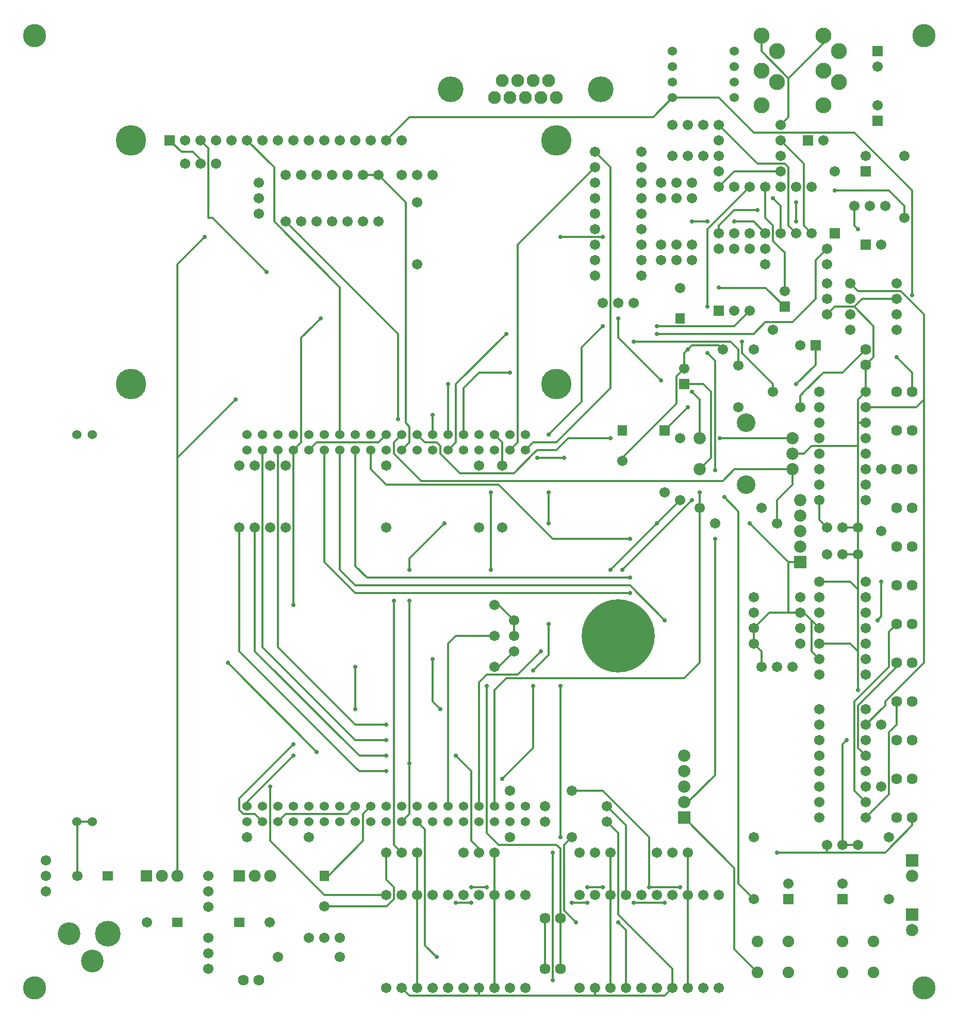
<source format=gbr>
G04 #@! TF.FileFunction,Copper,L1,Top,Signal*
%FSLAX46Y46*%
G04 Gerber Fmt 4.6, Leading zero omitted, Abs format (unit mm)*
G04 Created by KiCad (PCBNEW 4.0.1-stable) date 05/03/17 04:52:37*
%MOMM*%
G01*
G04 APERTURE LIST*
%ADD10C,0.100000*%
%ADD11R,1.716000X1.716000*%
%ADD12C,1.716000*%
%ADD13C,5.000000*%
%ADD14C,12.000000*%
%ADD15C,2.116000*%
%ADD16C,4.216000*%
%ADD17R,1.554000X1.716000*%
%ADD18R,1.716000X1.554000*%
%ADD19R,2.016000X2.016000*%
%ADD20C,2.016000*%
%ADD21C,3.800000*%
%ADD22C,3.716000*%
%ADD23C,1.524000*%
%ADD24C,1.916000*%
%ADD25C,1.789000*%
%ADD26C,1.989000*%
%ADD27R,1.989000X1.989000*%
%ADD28C,2.616000*%
%ADD29C,3.062000*%
%ADD30C,0.700000*%
%ADD31C,0.304800*%
G04 APERTURE END LIST*
D10*
D11*
X43815000Y-41275000D03*
D12*
X46355000Y-41275000D03*
X48895000Y-41275000D03*
X51435000Y-41275000D03*
X53975000Y-41275000D03*
X56515000Y-41275000D03*
X59055000Y-41275000D03*
X61595000Y-41275000D03*
X64135000Y-41275000D03*
X66675000Y-41275000D03*
X69215000Y-41275000D03*
X71755000Y-41275000D03*
X74295000Y-41275000D03*
X76835000Y-41275000D03*
X79375000Y-41275000D03*
X81915000Y-41275000D03*
D13*
X37465000Y-41275000D03*
X37465000Y-81280000D03*
X107315000Y-81280000D03*
X107315000Y-41275000D03*
D12*
X158115000Y-100330000D03*
X158115000Y-97790000D03*
X158115000Y-95250000D03*
X158115000Y-92710000D03*
X158115000Y-90170000D03*
X158115000Y-87630000D03*
X158115000Y-85090000D03*
X158115000Y-82550000D03*
X150495000Y-82550000D03*
X150495000Y-85090000D03*
X150495000Y-87630000D03*
X150495000Y-90170000D03*
X150495000Y-92710000D03*
X150495000Y-95250000D03*
X150495000Y-97790000D03*
X150495000Y-100330000D03*
X158115000Y-152400000D03*
X158115000Y-149860000D03*
X158115000Y-147320000D03*
X158115000Y-144780000D03*
X158115000Y-142240000D03*
X158115000Y-139700000D03*
X158115000Y-137160000D03*
X158115000Y-134620000D03*
X150495000Y-134620000D03*
X150495000Y-137160000D03*
X150495000Y-139700000D03*
X150495000Y-142240000D03*
X150495000Y-144780000D03*
X150495000Y-147320000D03*
X150495000Y-149860000D03*
X150495000Y-152400000D03*
X163195000Y-72390000D03*
X163195000Y-69850000D03*
X163195000Y-67310000D03*
X163195000Y-64770000D03*
X155575000Y-64770000D03*
X155575000Y-67310000D03*
X155575000Y-69850000D03*
X155575000Y-72390000D03*
X133985000Y-56515000D03*
X136525000Y-56515000D03*
X139065000Y-56515000D03*
X141605000Y-56515000D03*
X144145000Y-56515000D03*
X146685000Y-56515000D03*
X149225000Y-56515000D03*
X149225000Y-48895000D03*
X146685000Y-48895000D03*
X144145000Y-48895000D03*
X141605000Y-48895000D03*
X139065000Y-48895000D03*
X136525000Y-48895000D03*
X133985000Y-48895000D03*
X78105000Y-46990000D03*
X75565000Y-46990000D03*
X73025000Y-46990000D03*
X70485000Y-46990000D03*
X67945000Y-46990000D03*
X65405000Y-46990000D03*
X62865000Y-46990000D03*
X62865000Y-54610000D03*
X65405000Y-54610000D03*
X67945000Y-54610000D03*
X70485000Y-54610000D03*
X73025000Y-54610000D03*
X75565000Y-54610000D03*
X78105000Y-54610000D03*
X121285000Y-63500000D03*
X121285000Y-60960000D03*
X121285000Y-58420000D03*
X121285000Y-55880000D03*
X121285000Y-53340000D03*
X121285000Y-50800000D03*
X121285000Y-48260000D03*
X121285000Y-45720000D03*
X121285000Y-43180000D03*
X113665000Y-43180000D03*
X113665000Y-45720000D03*
X113665000Y-48260000D03*
X113665000Y-50800000D03*
X113665000Y-53340000D03*
X113665000Y-55880000D03*
X113665000Y-58420000D03*
X113665000Y-60960000D03*
X113665000Y-63500000D03*
X158115000Y-128905000D03*
X158115000Y-126365000D03*
X158115000Y-123825000D03*
X158115000Y-121285000D03*
X158115000Y-118745000D03*
X158115000Y-116205000D03*
X158115000Y-113665000D03*
X150495000Y-113665000D03*
X150495000Y-116205000D03*
X150495000Y-118745000D03*
X150495000Y-121285000D03*
X150495000Y-123825000D03*
X150495000Y-126365000D03*
X150495000Y-128905000D03*
X147320000Y-123825000D03*
X147320000Y-121285000D03*
X147320000Y-118745000D03*
X147320000Y-116205000D03*
X139700000Y-116205000D03*
X139700000Y-118745000D03*
X139700000Y-121285000D03*
X139700000Y-123825000D03*
X123825000Y-180340000D03*
X126365000Y-180340000D03*
X128905000Y-180340000D03*
X131445000Y-180340000D03*
X133985000Y-180340000D03*
X133985000Y-165100000D03*
X131445000Y-165100000D03*
X128905000Y-165100000D03*
X126365000Y-165100000D03*
X123825000Y-165100000D03*
X111125000Y-180340000D03*
X113665000Y-180340000D03*
X116205000Y-180340000D03*
X118745000Y-180340000D03*
X121285000Y-180340000D03*
X121285000Y-165100000D03*
X118745000Y-165100000D03*
X116205000Y-165100000D03*
X113665000Y-165100000D03*
X111125000Y-165100000D03*
X92075000Y-180340000D03*
X94615000Y-180340000D03*
X97155000Y-180340000D03*
X99695000Y-180340000D03*
X102235000Y-180340000D03*
X102235000Y-165100000D03*
X99695000Y-165100000D03*
X97155000Y-165100000D03*
X94615000Y-165100000D03*
X92075000Y-165100000D03*
X79375000Y-180340000D03*
X81915000Y-180340000D03*
X84455000Y-180340000D03*
X86995000Y-180340000D03*
X89535000Y-180340000D03*
X89535000Y-165100000D03*
X86995000Y-165100000D03*
X84455000Y-165100000D03*
X81915000Y-165100000D03*
X79375000Y-165100000D03*
X71755000Y-175260000D03*
X61595000Y-175260000D03*
X151765000Y-59055000D03*
X141605000Y-59055000D03*
X151765000Y-61595000D03*
X141605000Y-61595000D03*
X133985000Y-43815000D03*
X144145000Y-43815000D03*
X144145000Y-46355000D03*
X133985000Y-46355000D03*
X164465000Y-53975000D03*
X164465000Y-43815000D03*
X139065000Y-69215000D03*
X139065000Y-59055000D03*
X136525000Y-69215000D03*
X136525000Y-59055000D03*
X133985000Y-38735000D03*
X144145000Y-38735000D03*
X144145000Y-41275000D03*
X133985000Y-41275000D03*
X142875000Y-72390000D03*
X142875000Y-82550000D03*
X94615000Y-104775000D03*
X94615000Y-94615000D03*
X161925000Y-165735000D03*
X161925000Y-155575000D03*
X139700000Y-165735000D03*
X139700000Y-155575000D03*
X56515000Y-155575000D03*
X66675000Y-155575000D03*
X55245000Y-94615000D03*
X55245000Y-104775000D03*
X57785000Y-94615000D03*
X57785000Y-104775000D03*
X79375000Y-94615000D03*
X79375000Y-104775000D03*
X60325000Y-94615000D03*
X60325000Y-104775000D03*
X62865000Y-94615000D03*
X62865000Y-104775000D03*
X98425000Y-94615000D03*
X98425000Y-104775000D03*
X105410000Y-153035000D03*
X115570000Y-153035000D03*
X99695000Y-155575000D03*
X109855000Y-155575000D03*
X99695000Y-147955000D03*
X109855000Y-147955000D03*
X105410000Y-150495000D03*
X115570000Y-150495000D03*
X133350000Y-104140000D03*
X143510000Y-104140000D03*
X127635000Y-100330000D03*
X127635000Y-90170000D03*
X130810000Y-101600000D03*
X140970000Y-101600000D03*
X137160000Y-85090000D03*
X147320000Y-85090000D03*
X84455000Y-61595000D03*
X84455000Y-51435000D03*
X160655000Y-105410000D03*
X160655000Y-95250000D03*
X160655000Y-137160000D03*
X160655000Y-147320000D03*
X139700000Y-75565000D03*
X137160000Y-78232000D03*
X134620000Y-75565000D03*
D14*
X117475000Y-122555000D03*
D12*
X97155000Y-122555000D03*
X97155000Y-127635000D03*
X97155000Y-117475000D03*
D15*
X102235000Y-34290000D03*
X99695000Y-34290000D03*
X97155000Y-34290000D03*
X104775000Y-34290000D03*
X107315000Y-34290000D03*
X106045000Y-31496000D03*
X103505000Y-31496000D03*
X100965000Y-31496000D03*
X98425000Y-31496000D03*
D16*
X89916000Y-32893000D03*
X114554000Y-32893000D03*
D11*
X153032460Y-56514480D03*
D12*
X153035000Y-46355000D03*
D11*
X133982460Y-69214480D03*
D12*
X133985000Y-59055000D03*
D11*
X125097540Y-88900520D03*
D12*
X125095000Y-99060000D03*
D11*
X144780000Y-68580000D03*
D12*
X144780000Y-66040000D03*
D11*
X149860000Y-74930000D03*
D12*
X147320000Y-74930000D03*
D11*
X158115000Y-58420000D03*
D12*
X160655000Y-58420000D03*
D11*
X160020000Y-26670000D03*
D12*
X160020000Y-29210000D03*
D11*
X160020000Y-38100000D03*
D12*
X160020000Y-35560000D03*
D11*
X148590000Y-41275000D03*
D12*
X151130000Y-41275000D03*
D11*
X158115000Y-46355000D03*
D12*
X158115000Y-43815000D03*
D11*
X154305000Y-165735000D03*
D12*
X154305000Y-163195000D03*
D11*
X145415000Y-165735000D03*
D12*
X145415000Y-163195000D03*
D11*
X128270000Y-81280000D03*
D12*
X128270000Y-78740000D03*
D17*
X127635000Y-70485000D03*
D12*
X127635000Y-65485000D03*
D18*
X33655000Y-161925000D03*
D12*
X28655000Y-161925000D03*
D18*
X45085000Y-169545000D03*
D12*
X40085000Y-169545000D03*
D18*
X55245000Y-169545000D03*
D12*
X60245000Y-169545000D03*
D17*
X69215000Y-161925000D03*
D12*
X69215000Y-166925000D03*
D17*
X118110000Y-88900000D03*
D12*
X118110000Y-93900000D03*
X84455000Y-46990000D03*
X86995000Y-46990000D03*
X81915000Y-46990000D03*
X81915000Y-158115000D03*
X79375000Y-158115000D03*
X84455000Y-158115000D03*
X94615000Y-158115000D03*
X92075000Y-158115000D03*
X97155000Y-158115000D03*
X113665000Y-158115000D03*
X111125000Y-158115000D03*
X116205000Y-158115000D03*
X126365000Y-158115000D03*
X123825000Y-158115000D03*
X128905000Y-158115000D03*
X128905000Y-38735000D03*
X131445000Y-38735000D03*
X126365000Y-38735000D03*
X128905000Y-43815000D03*
X131445000Y-43815000D03*
X126365000Y-43815000D03*
X100330000Y-125095000D03*
X100330000Y-122555000D03*
X100330000Y-120015000D03*
X140970000Y-127635000D03*
X143510000Y-127635000D03*
X146050000Y-127635000D03*
X114935000Y-67945000D03*
X117475000Y-67945000D03*
X120015000Y-67945000D03*
X124460000Y-58420000D03*
X127000000Y-58420000D03*
X129540000Y-58420000D03*
X129540000Y-48260000D03*
X127000000Y-48260000D03*
X124460000Y-48260000D03*
X124460000Y-60960000D03*
X127000000Y-60960000D03*
X129540000Y-60960000D03*
X23495000Y-159385000D03*
X23495000Y-161925000D03*
X23495000Y-164465000D03*
X156210000Y-52070000D03*
X158750000Y-52070000D03*
X161290000Y-52070000D03*
X50165000Y-167005000D03*
X50165000Y-164465000D03*
X50165000Y-161925000D03*
X151765000Y-69850000D03*
X151765000Y-67310000D03*
X151765000Y-64770000D03*
X50165000Y-172085000D03*
X50165000Y-174625000D03*
X50165000Y-177165000D03*
X151765000Y-156845000D03*
X154305000Y-156845000D03*
X156845000Y-156845000D03*
X151765000Y-109220000D03*
X154305000Y-109220000D03*
X156845000Y-109220000D03*
X151765000Y-104775000D03*
X154305000Y-104775000D03*
X156845000Y-104775000D03*
X46355000Y-45085000D03*
X48895000Y-45085000D03*
X51435000Y-45085000D03*
X58420000Y-53340000D03*
X58420000Y-50800000D03*
X58420000Y-48260000D03*
X71755000Y-172085000D03*
X69215000Y-172085000D03*
X66675000Y-172085000D03*
X129540000Y-50800000D03*
X127000000Y-50800000D03*
X124460000Y-50800000D03*
D19*
X165735000Y-168275000D03*
D20*
X165735000Y-170815000D03*
D19*
X165735000Y-159385000D03*
D20*
X165735000Y-161925000D03*
D19*
X147320000Y-110490000D03*
D20*
X147320000Y-107950000D03*
X147320000Y-105410000D03*
X147320000Y-102870000D03*
X147320000Y-100330000D03*
D19*
X128270000Y-152400000D03*
D20*
X128270000Y-149860000D03*
X128270000Y-147320000D03*
X128270000Y-144780000D03*
X128270000Y-142240000D03*
D21*
X21590000Y-24130000D03*
X21590000Y-180340000D03*
X167640000Y-180340000D03*
X167640000Y-24130000D03*
D16*
X33655000Y-171450000D03*
D22*
X27305000Y-171450000D03*
X31115000Y-175895000D03*
D23*
X59055000Y-153035000D03*
X61595000Y-153035000D03*
X64135000Y-153035000D03*
X66675000Y-153035000D03*
X69215000Y-153035000D03*
X71755000Y-153035000D03*
X74295000Y-153035000D03*
X76835000Y-153035000D03*
X79375000Y-153035000D03*
X81915000Y-153035000D03*
X84455000Y-153035000D03*
X86995000Y-153035000D03*
X89535000Y-153035000D03*
X92075000Y-153035000D03*
X94615000Y-153035000D03*
X97155000Y-153035000D03*
X99695000Y-153035000D03*
X102235000Y-153035000D03*
X102235000Y-150495000D03*
X99695000Y-150495000D03*
X97155000Y-150495000D03*
X94615000Y-150495000D03*
X92075000Y-150495000D03*
X89535000Y-150495000D03*
X86995000Y-150495000D03*
X84455000Y-150495000D03*
X81915000Y-150495000D03*
X79375000Y-150495000D03*
X76835000Y-150495000D03*
X74295000Y-150495000D03*
X71755000Y-150495000D03*
X69215000Y-150495000D03*
X66675000Y-150495000D03*
X64135000Y-150495000D03*
X61595000Y-150495000D03*
X59055000Y-150495000D03*
X56515000Y-150495000D03*
X56515000Y-153035000D03*
X56515000Y-92075000D03*
X56515000Y-89535000D03*
X59055000Y-89535000D03*
X61595000Y-89535000D03*
X64135000Y-89535000D03*
X66675000Y-89535000D03*
X69215000Y-89535000D03*
X71755000Y-89535000D03*
X74295000Y-89535000D03*
X76835000Y-89535000D03*
X79375000Y-89535000D03*
X81915000Y-89535000D03*
X84455000Y-89535000D03*
X86995000Y-89535000D03*
X89535000Y-89535000D03*
X92075000Y-89535000D03*
X94615000Y-89535000D03*
X97155000Y-89535000D03*
X99695000Y-89535000D03*
X102235000Y-89535000D03*
X102235000Y-92075000D03*
X99695000Y-92075000D03*
X97155000Y-92075000D03*
X94615000Y-92075000D03*
X92075000Y-92075000D03*
X89535000Y-92075000D03*
X86995000Y-92075000D03*
X84455000Y-92075000D03*
X81915000Y-92075000D03*
X79375000Y-92075000D03*
X76835000Y-92075000D03*
X74295000Y-92075000D03*
X71755000Y-92075000D03*
X69215000Y-92075000D03*
X66675000Y-92075000D03*
X64135000Y-92075000D03*
X61595000Y-92075000D03*
X59055000Y-92075000D03*
X31115000Y-153035000D03*
X28575000Y-153035000D03*
X31115000Y-89535000D03*
X28575000Y-89535000D03*
X126365000Y-26670000D03*
X126365000Y-29210000D03*
X136525000Y-29210000D03*
X136525000Y-26670000D03*
X126365000Y-31750000D03*
X126365000Y-34290000D03*
X136525000Y-34290000D03*
X136525000Y-31750000D03*
D24*
X154305000Y-177800000D03*
X154305000Y-172720000D03*
X159385000Y-172720000D03*
X159385000Y-177800000D03*
X140335000Y-177800000D03*
X140335000Y-172720000D03*
X145415000Y-172720000D03*
X145415000Y-177800000D03*
D25*
X158115000Y-78105000D03*
X158115000Y-75565000D03*
X107950000Y-177165000D03*
X105410000Y-177165000D03*
X107950000Y-168910000D03*
X105410000Y-168910000D03*
X163195000Y-152400000D03*
X165735000Y-152400000D03*
X163195000Y-146050000D03*
X165735000Y-146050000D03*
X163195000Y-139700000D03*
X165735000Y-139700000D03*
X163195000Y-133350000D03*
X165735000Y-133350000D03*
X163195000Y-127000000D03*
X165735000Y-127000000D03*
X163195000Y-120650000D03*
X165735000Y-120650000D03*
X163195000Y-114300000D03*
X165735000Y-114300000D03*
X163195000Y-107950000D03*
X165735000Y-107950000D03*
X163195000Y-101600000D03*
X165735000Y-101600000D03*
X163195000Y-95250000D03*
X165735000Y-95250000D03*
X163195000Y-88900000D03*
X165735000Y-88900000D03*
X163195000Y-82550000D03*
X165735000Y-82550000D03*
X55880000Y-179070000D03*
X58420000Y-179070000D03*
D26*
X42545000Y-161925000D03*
D27*
X40005000Y-161925000D03*
D26*
X45085000Y-161925000D03*
X57785000Y-161925000D03*
D27*
X55245000Y-161925000D03*
D26*
X60325000Y-161925000D03*
D28*
X151130000Y-29845000D03*
X151130000Y-24130000D03*
X151130000Y-35560000D03*
X153670000Y-26670000D03*
X153670000Y-31750000D03*
X140970000Y-29845000D03*
X140970000Y-24130000D03*
X140970000Y-35560000D03*
X143510000Y-26670000D03*
X143510000Y-31750000D03*
D20*
X130810000Y-90170000D03*
X130810000Y-95250000D03*
X146050000Y-90170000D03*
X146050000Y-92710000D03*
X146050000Y-95250000D03*
D29*
X138430000Y-87630000D03*
X138430000Y-97790000D03*
D30*
X68580000Y-70485000D03*
X123825000Y-104140000D03*
X139065000Y-104140000D03*
X129540000Y-82550000D03*
X124460000Y-80645000D03*
X117475000Y-70485000D03*
X74295000Y-127635000D03*
X64135000Y-117475000D03*
X116205000Y-111760000D03*
X74295000Y-134620000D03*
X96520000Y-111760000D03*
X108585000Y-93345000D03*
X104140000Y-93345000D03*
X128905000Y-75565000D03*
X133985000Y-65405000D03*
X96520000Y-99060000D03*
X146685000Y-54610000D03*
X146685000Y-51435000D03*
X154940000Y-139700000D03*
X156845000Y-131445000D03*
X130810000Y-99060000D03*
X134874000Y-99822000D03*
X86995000Y-86360000D03*
X87630000Y-175260000D03*
X140335000Y-52705000D03*
X137795000Y-74295000D03*
X146685000Y-81280000D03*
X54610000Y-83820000D03*
X49530000Y-57150000D03*
X129540000Y-54610000D03*
X107950000Y-57150000D03*
X114935000Y-57150000D03*
X136525000Y-54610000D03*
X132080000Y-54610000D03*
X156845000Y-55880000D03*
X165735000Y-66675000D03*
X163195000Y-76835000D03*
X143510000Y-158115000D03*
X128905000Y-85090000D03*
X89535000Y-81280000D03*
X133350000Y-106680000D03*
X119380000Y-106680000D03*
X83185000Y-116840000D03*
X83185000Y-111760000D03*
X83185000Y-143510000D03*
X88900000Y-104140000D03*
X59690000Y-62865000D03*
X120015000Y-74295000D03*
X95885000Y-130810000D03*
X153035000Y-49530000D03*
X80645000Y-116840000D03*
X79375000Y-142240000D03*
X90805000Y-142240000D03*
X79375000Y-144780000D03*
X160020000Y-120015000D03*
X160655000Y-113665000D03*
X67945000Y-141605000D03*
X53340000Y-127000000D03*
X134112000Y-90170000D03*
X116205000Y-90170000D03*
X125095000Y-166370000D03*
X120015000Y-166370000D03*
X112395000Y-166370000D03*
X109855000Y-166370000D03*
X93345000Y-166370000D03*
X90805000Y-166370000D03*
X127635000Y-163830000D03*
X122555000Y-163830000D03*
X114935000Y-163830000D03*
X112395000Y-163830000D03*
X95885000Y-163830000D03*
X93345000Y-163830000D03*
X110490000Y-169545000D03*
X117475000Y-169545000D03*
X107950000Y-130810000D03*
X106680000Y-179070000D03*
X107950000Y-155575000D03*
X106680000Y-158115000D03*
X60325000Y-147320000D03*
X106045000Y-89535000D03*
X106045000Y-99060000D03*
X98425000Y-146050000D03*
X103505000Y-128270000D03*
X103505000Y-130810000D03*
X106045000Y-120650000D03*
X106045000Y-104140000D03*
X123825000Y-71755000D03*
X114935000Y-71755000D03*
X99060000Y-73025000D03*
X123825000Y-73025000D03*
X64135000Y-140335000D03*
X125095000Y-120015000D03*
X119380000Y-113030000D03*
X119380000Y-115570000D03*
X64135000Y-142240000D03*
X81280000Y-86995000D03*
X104775000Y-125095000D03*
X133350000Y-95380198D03*
X129540000Y-100330000D03*
X118110000Y-111760000D03*
X132080000Y-68580000D03*
X132080000Y-76200000D03*
X142875000Y-50800000D03*
X86995000Y-126365000D03*
X88265000Y-134620000D03*
X79375000Y-137160000D03*
X79375000Y-139700000D03*
X99695000Y-79375000D03*
D31*
X67310000Y-71755000D02*
X65405000Y-73660000D01*
X65405000Y-74930000D02*
X65405000Y-73660000D01*
X64135000Y-92075000D02*
X65405000Y-90805000D01*
X65405000Y-90805000D02*
X65405000Y-74930000D01*
X67310000Y-71755000D02*
X68580000Y-70485000D01*
X145415000Y-110490000D02*
X139065000Y-104140000D01*
X130810000Y-85090000D02*
X130810000Y-83820000D01*
X130810000Y-83820000D02*
X129540000Y-82550000D01*
X130810000Y-90170000D02*
X130810000Y-85090000D01*
X124460000Y-80645000D02*
X117475000Y-73660000D01*
X117475000Y-73660000D02*
X117475000Y-70485000D01*
X74295000Y-130810000D02*
X74295000Y-127635000D01*
X64135000Y-92075000D02*
X64135000Y-117475000D01*
X123825000Y-104140000D02*
X116205000Y-111760000D01*
X127635000Y-100330000D02*
X123825000Y-104140000D01*
X74295000Y-134620000D02*
X74295000Y-130810000D01*
X61595000Y-153035000D02*
X62865000Y-151765000D01*
X73025000Y-151765000D02*
X74295000Y-150495000D01*
X62865000Y-151765000D02*
X73025000Y-151765000D01*
X105410000Y-173355000D02*
X105410000Y-177165000D01*
X105410000Y-168910000D02*
X105410000Y-173355000D01*
X147320000Y-110490000D02*
X145415000Y-110490000D01*
X145415000Y-110490000D02*
X145415000Y-112395000D01*
X97155000Y-127635000D02*
X97790000Y-127635000D01*
X97790000Y-127635000D02*
X100330000Y-125095000D01*
X128270000Y-152400000D02*
X136525000Y-160655000D01*
X136525000Y-160655000D02*
X136525000Y-173990000D01*
X136525000Y-173990000D02*
X140335000Y-177800000D01*
X140970000Y-127635000D02*
X140970000Y-125095000D01*
X140970000Y-125095000D02*
X139700000Y-123825000D01*
X145415000Y-112395000D02*
X145415000Y-118745000D01*
X150495000Y-126365000D02*
X149225000Y-125095000D01*
X149225000Y-125095000D02*
X149225000Y-120015000D01*
X139700000Y-123825000D02*
X139700000Y-121285000D01*
X139700000Y-121285000D02*
X142240000Y-118745000D01*
X142240000Y-118745000D02*
X145415000Y-118745000D01*
X145415000Y-118745000D02*
X147955000Y-118745000D01*
X147955000Y-118745000D02*
X149225000Y-120015000D01*
X149225000Y-120015000D02*
X150495000Y-121285000D01*
X145415000Y-31115000D02*
X151130000Y-25400000D01*
X151130000Y-25400000D02*
X151130000Y-24130000D01*
X140970000Y-24130000D02*
X140970000Y-26670000D01*
X140970000Y-26670000D02*
X145415000Y-31115000D01*
X145415000Y-31115000D02*
X145415000Y-37465000D01*
X48895000Y-45085000D02*
X48895000Y-44450000D01*
X48895000Y-44450000D02*
X47625000Y-43180000D01*
X45720000Y-43180000D02*
X43815000Y-41275000D01*
X47625000Y-43180000D02*
X45720000Y-43180000D01*
X96520000Y-111760000D02*
X96520000Y-104140000D01*
X104140000Y-93345000D02*
X108585000Y-93345000D01*
X79375000Y-158115000D02*
X79375000Y-162560000D01*
X79455000Y-166925000D02*
X69215000Y-166925000D01*
X80645000Y-165735000D02*
X79455000Y-166925000D01*
X80645000Y-163830000D02*
X80645000Y-165735000D01*
X79375000Y-162560000D02*
X80645000Y-163830000D01*
X128905000Y-75565000D02*
X129540000Y-74930000D01*
X133985000Y-74930000D02*
X134620000Y-75565000D01*
X129540000Y-74930000D02*
X133985000Y-74930000D01*
X128270000Y-76200000D02*
X128270000Y-78740000D01*
X128905000Y-75565000D02*
X128270000Y-76200000D01*
X134620000Y-65485000D02*
X134065000Y-65485000D01*
X134065000Y-65485000D02*
X133985000Y-65405000D01*
X158115000Y-78105000D02*
X159385000Y-76835000D01*
X159385000Y-71755000D02*
X156210000Y-68580000D01*
X159385000Y-76835000D02*
X159385000Y-71755000D01*
X96520000Y-99060000D02*
X96520000Y-104140000D01*
X118110000Y-93900000D02*
X118030000Y-93900000D01*
X66675000Y-92075000D02*
X67945000Y-90805000D01*
X78105000Y-90805000D02*
X79375000Y-89535000D01*
X67945000Y-90805000D02*
X78105000Y-90805000D01*
X150495000Y-113665000D02*
X155575000Y-113665000D01*
X155575000Y-113665000D02*
X156845000Y-114935000D01*
X156845000Y-114935000D02*
X156845000Y-109220000D01*
X156845000Y-109220000D02*
X154305000Y-109220000D01*
X154305000Y-104775000D02*
X156845000Y-104775000D01*
X156845000Y-104775000D02*
X156845000Y-109220000D01*
X156845000Y-109220000D02*
X154305000Y-109220000D01*
X146685000Y-51435000D02*
X146685000Y-54610000D01*
X158115000Y-82550000D02*
X156845000Y-83820000D01*
X158115000Y-78105000D02*
X158115000Y-82550000D01*
X97155000Y-117475000D02*
X97790000Y-117475000D01*
X97790000Y-117475000D02*
X100330000Y-120015000D01*
X100330000Y-120015000D02*
X100330000Y-122555000D01*
X156845000Y-156845000D02*
X154305000Y-156845000D01*
X118110000Y-93900000D02*
X118110000Y-93345000D01*
X118110000Y-93345000D02*
X127000000Y-84455000D01*
X127000000Y-80010000D02*
X128270000Y-78740000D01*
X127000000Y-84455000D02*
X127000000Y-80010000D01*
X146050000Y-92710000D02*
X147955000Y-92710000D01*
X149225000Y-91440000D02*
X156845000Y-91440000D01*
X147955000Y-92710000D02*
X149225000Y-91440000D01*
X28575000Y-153035000D02*
X31115000Y-153035000D01*
X28655000Y-161925000D02*
X28655000Y-153115000D01*
X28655000Y-153115000D02*
X28575000Y-153035000D01*
X28575000Y-161845000D02*
X28655000Y-161925000D01*
X134620000Y-65485000D02*
X141685000Y-65485000D01*
X141685000Y-65485000D02*
X144780000Y-68580000D01*
X154305000Y-156845000D02*
X154305000Y-140335000D01*
X154305000Y-140335000D02*
X154940000Y-139700000D01*
X154305000Y-109220000D02*
X156845000Y-109220000D01*
X150495000Y-123825000D02*
X155575000Y-123825000D01*
X155575000Y-123825000D02*
X156845000Y-125095000D01*
X155575000Y-113665000D02*
X156845000Y-114935000D01*
X156845000Y-131445000D02*
X156845000Y-125095000D01*
X156845000Y-125095000D02*
X156845000Y-114935000D01*
X156845000Y-114935000D02*
X156845000Y-110490000D01*
X156845000Y-91440000D02*
X156845000Y-110490000D01*
X158115000Y-87630000D02*
X156845000Y-87630000D01*
X156845000Y-83820000D02*
X156845000Y-87630000D01*
X156845000Y-87630000D02*
X156845000Y-91440000D01*
X163195000Y-67310000D02*
X157480000Y-67310000D01*
X157480000Y-67310000D02*
X156210000Y-68580000D01*
X153035000Y-68580000D02*
X151765000Y-69850000D01*
X156210000Y-68580000D02*
X153035000Y-68580000D01*
X144145000Y-38735000D02*
X145415000Y-37465000D01*
X130810000Y-101600000D02*
X130810000Y-99695000D01*
X130810000Y-99060000D02*
X130810000Y-99695000D01*
X130810000Y-99695000D02*
X130810000Y-127000000D01*
X97155000Y-138430000D02*
X97155000Y-148590000D01*
X97155000Y-148590000D02*
X97155000Y-150495000D01*
X97155000Y-138430000D02*
X97155000Y-135890000D01*
X128270000Y-129540000D02*
X130810000Y-127000000D01*
X103505000Y-129540000D02*
X128270000Y-129540000D01*
X99060000Y-129540000D02*
X97155000Y-131445000D01*
X97155000Y-131445000D02*
X97155000Y-135890000D01*
X103505000Y-129540000D02*
X99060000Y-129540000D01*
X130810000Y-95250000D02*
X132080000Y-93980000D01*
X131445000Y-81280000D02*
X128270000Y-81280000D01*
X132715000Y-82550000D02*
X131445000Y-81280000D01*
X132715000Y-93345000D02*
X132715000Y-82550000D01*
X132080000Y-93980000D02*
X132715000Y-93345000D01*
X128905000Y-81915000D02*
X128270000Y-81280000D01*
X137096500Y-102171500D02*
X137160000Y-102235000D01*
X137096500Y-102044500D02*
X137096500Y-102171500D01*
X134874000Y-99822000D02*
X137096500Y-102044500D01*
X86995000Y-86360000D02*
X86995000Y-89535000D01*
X137160000Y-163195000D02*
X137160000Y-107950000D01*
X139700000Y-165735000D02*
X137160000Y-163195000D01*
X137160000Y-107950000D02*
X137160000Y-102235000D01*
X85725000Y-154305000D02*
X84455000Y-153035000D01*
X85725000Y-173355000D02*
X85725000Y-154305000D01*
X87630000Y-175260000D02*
X85725000Y-173355000D01*
X137795000Y-52705000D02*
X136525000Y-52705000D01*
X133985000Y-55245000D02*
X133985000Y-56515000D01*
X136525000Y-52705000D02*
X133985000Y-55245000D01*
X140335000Y-52705000D02*
X137795000Y-52705000D01*
X137795000Y-74930000D02*
X137795000Y-74295000D01*
X137795000Y-74930000D02*
X137795000Y-76200000D01*
X142875000Y-81280000D02*
X142875000Y-82550000D01*
X137795000Y-76200000D02*
X142875000Y-81280000D01*
X149860000Y-74930000D02*
X149860000Y-78105000D01*
X149860000Y-78105000D02*
X146685000Y-81280000D01*
X54610000Y-83820000D02*
X45085000Y-93345000D01*
X45085000Y-61595000D02*
X49530000Y-57150000D01*
X45085000Y-161925000D02*
X45085000Y-93345000D01*
X45085000Y-93345000D02*
X45085000Y-61595000D01*
X107950000Y-57150000D02*
X114935000Y-57150000D01*
X139700000Y-54610000D02*
X141605000Y-56515000D01*
X136525000Y-54610000D02*
X139700000Y-54610000D01*
X129540000Y-54610000D02*
X132080000Y-54610000D01*
X156210000Y-55245000D02*
X156210000Y-52070000D01*
X156845000Y-55880000D02*
X156210000Y-55245000D01*
X167640000Y-83185000D02*
X167640000Y-69850000D01*
X167640000Y-83820000D02*
X167640000Y-83185000D01*
X156845000Y-66040000D02*
X155575000Y-64770000D01*
X163830000Y-66040000D02*
X156845000Y-66040000D01*
X167640000Y-69850000D02*
X163830000Y-66040000D01*
X158115000Y-85090000D02*
X166370000Y-85090000D01*
X166370000Y-85090000D02*
X167640000Y-83820000D01*
X158115000Y-137160000D02*
X161290000Y-133985000D01*
X167640000Y-127000000D02*
X167640000Y-83820000D01*
X161290000Y-133350000D02*
X167640000Y-127000000D01*
X161290000Y-133985000D02*
X161290000Y-133350000D01*
X142875000Y-55245000D02*
X141605000Y-53975000D01*
X141605000Y-53975000D02*
X141605000Y-48895000D01*
X144780000Y-66040000D02*
X144780000Y-59690000D01*
X144780000Y-59690000D02*
X144145000Y-59055000D01*
X142875000Y-55245000D02*
X142875000Y-56515000D01*
X142875000Y-57785000D02*
X142875000Y-56515000D01*
X144145000Y-59055000D02*
X142875000Y-57785000D01*
X165735000Y-66040000D02*
X165735000Y-66675000D01*
X133985000Y-34290000D02*
X139700000Y-40005000D01*
X139700000Y-40005000D02*
X156210000Y-40005000D01*
X156210000Y-40005000D02*
X165735000Y-49530000D01*
X165735000Y-49530000D02*
X165735000Y-66040000D01*
X126365000Y-34290000D02*
X133985000Y-34290000D01*
X165735000Y-79375000D02*
X165735000Y-82550000D01*
X163195000Y-76835000D02*
X165735000Y-79375000D01*
X126365000Y-34290000D02*
X123190000Y-37465000D01*
X83185000Y-37465000D02*
X79375000Y-41275000D01*
X123190000Y-37465000D02*
X83185000Y-37465000D01*
X161290000Y-158115000D02*
X165735000Y-153670000D01*
X151765000Y-156845000D02*
X151765000Y-158115000D01*
X143510000Y-158115000D02*
X151765000Y-158115000D01*
X151765000Y-158115000D02*
X153035000Y-158115000D01*
X165735000Y-152400000D02*
X165735000Y-153670000D01*
X161290000Y-158115000D02*
X153035000Y-158115000D01*
X75565000Y-156210000D02*
X75565000Y-151765000D01*
X69850000Y-161925000D02*
X75565000Y-156210000D01*
X75565000Y-151765000D02*
X76835000Y-150495000D01*
X69215000Y-161925000D02*
X69850000Y-161925000D01*
X151765000Y-104775000D02*
X150495000Y-103505000D01*
X150495000Y-103505000D02*
X150495000Y-100330000D01*
X125097540Y-88900520D02*
X125097540Y-88897460D01*
X125097540Y-88897460D02*
X128905000Y-85090000D01*
X89535000Y-83185000D02*
X89535000Y-81280000D01*
X89535000Y-89535000D02*
X89535000Y-83185000D01*
X133350000Y-106680000D02*
X133350000Y-110490000D01*
X104140000Y-104140000D02*
X106680000Y-106680000D01*
X106680000Y-106680000D02*
X119380000Y-106680000D01*
X104140000Y-104140000D02*
X97790000Y-97790000D01*
X97790000Y-97790000D02*
X79375000Y-97790000D01*
X128270000Y-149860000D02*
X128905000Y-149860000D01*
X128905000Y-149860000D02*
X133350000Y-145415000D01*
X133350000Y-145415000D02*
X133350000Y-110490000D01*
X76835000Y-92075000D02*
X76835000Y-95250000D01*
X76835000Y-95250000D02*
X79375000Y-97790000D01*
X88900000Y-104140000D02*
X83185000Y-109855000D01*
X83185000Y-109855000D02*
X83185000Y-111760000D01*
X83185000Y-151765000D02*
X81915000Y-153035000D01*
X83185000Y-116840000D02*
X83185000Y-143510000D01*
X83185000Y-143510000D02*
X83185000Y-151765000D01*
X50165000Y-53975000D02*
X50800000Y-53975000D01*
X50800000Y-53975000D02*
X59690000Y-62865000D01*
X137160000Y-78232000D02*
X137160000Y-75565000D01*
X135890000Y-74295000D02*
X120015000Y-74295000D01*
X137160000Y-75565000D02*
X135890000Y-74295000D01*
X50165000Y-42545000D02*
X48895000Y-41275000D01*
X50165000Y-53975000D02*
X50165000Y-52705000D01*
X50165000Y-52705000D02*
X50165000Y-44450000D01*
X50165000Y-44450000D02*
X50165000Y-42545000D01*
X71755000Y-89535000D02*
X71755000Y-65405000D01*
X71755000Y-65405000D02*
X60960000Y-54610000D01*
X56515000Y-41275000D02*
X60960000Y-45720000D01*
X60960000Y-45720000D02*
X60960000Y-54610000D01*
X147955000Y-82550000D02*
X147320000Y-83185000D01*
X147320000Y-83185000D02*
X147320000Y-85090000D01*
X154305000Y-79375000D02*
X154940000Y-78740000D01*
X151130000Y-79375000D02*
X154305000Y-79375000D01*
X147955000Y-82550000D02*
X151130000Y-79375000D01*
X158115000Y-75565000D02*
X154940000Y-78740000D01*
X95885000Y-131445000D02*
X95885000Y-130810000D01*
X95885000Y-133350000D02*
X95885000Y-131445000D01*
X107950000Y-168910000D02*
X107950000Y-177165000D01*
X97790000Y-156845000D02*
X107315000Y-156845000D01*
X107950000Y-157480000D02*
X107950000Y-158115000D01*
X107315000Y-156845000D02*
X107950000Y-157480000D01*
X107950000Y-158115000D02*
X107950000Y-168910000D01*
X95885000Y-133350000D02*
X95885000Y-154940000D01*
X95885000Y-154940000D02*
X97790000Y-156845000D01*
X163195000Y-133350000D02*
X163195000Y-137160000D01*
X161925000Y-148590000D02*
X158115000Y-152400000D01*
X161925000Y-138430000D02*
X161925000Y-148590000D01*
X163195000Y-137160000D02*
X161925000Y-138430000D01*
X163195000Y-127000000D02*
X163195000Y-127635000D01*
X163195000Y-127635000D02*
X156845000Y-133985000D01*
X158115000Y-142240000D02*
X156845000Y-140970000D01*
X156845000Y-140970000D02*
X156845000Y-133985000D01*
X163195000Y-120650000D02*
X161925000Y-121920000D01*
X156210000Y-147955000D02*
X158115000Y-149860000D01*
X156210000Y-133350000D02*
X156210000Y-147955000D01*
X161925000Y-127635000D02*
X156210000Y-133350000D01*
X161925000Y-121920000D02*
X161925000Y-127635000D01*
X164465000Y-53975000D02*
X164465000Y-52070000D01*
X161925000Y-49530000D02*
X153035000Y-49530000D01*
X164465000Y-52070000D02*
X161925000Y-49530000D01*
X89535000Y-123825000D02*
X89535000Y-130175000D01*
X97155000Y-122555000D02*
X90805000Y-122555000D01*
X90805000Y-122555000D02*
X89535000Y-123825000D01*
X89535000Y-130175000D02*
X89535000Y-150495000D01*
X80645000Y-140970000D02*
X80645000Y-116840000D01*
X81915000Y-158115000D02*
X80645000Y-156845000D01*
X80645000Y-156845000D02*
X80645000Y-146050000D01*
X80645000Y-146050000D02*
X80645000Y-143510000D01*
X80645000Y-143510000D02*
X80645000Y-140970000D01*
X84455000Y-158115000D02*
X84455000Y-165100000D01*
X84455000Y-165100000D02*
X84455000Y-180340000D01*
X79375000Y-142240000D02*
X74930000Y-142240000D01*
X93345000Y-144780000D02*
X90805000Y-142240000D01*
X94615000Y-158115000D02*
X94615000Y-157480000D01*
X94615000Y-157480000D02*
X93345000Y-156210000D01*
X93345000Y-156210000D02*
X93345000Y-144780000D01*
X74930000Y-142240000D02*
X57785000Y-125095000D01*
X57785000Y-125095000D02*
X57785000Y-104775000D01*
X97155000Y-158115000D02*
X97155000Y-165100000D01*
X97155000Y-180340000D02*
X97155000Y-165100000D01*
X74295000Y-144145000D02*
X74930000Y-144780000D01*
X74930000Y-144780000D02*
X79375000Y-144780000D01*
X74930000Y-144780000D02*
X79375000Y-144780000D01*
X55245000Y-125095000D02*
X55245000Y-104775000D01*
X74295000Y-144145000D02*
X55245000Y-125095000D01*
X116205000Y-158115000D02*
X116205000Y-165100000D01*
X116205000Y-165100000D02*
X116205000Y-180340000D01*
X128905000Y-158115000D02*
X128905000Y-165100000D01*
X128905000Y-180340000D02*
X128905000Y-165100000D01*
X133985000Y-38735000D02*
X140335000Y-45085000D01*
X145415000Y-55245000D02*
X146685000Y-56515000D01*
X145415000Y-45720000D02*
X145415000Y-55245000D01*
X144780000Y-45085000D02*
X145415000Y-45720000D01*
X140335000Y-45085000D02*
X144780000Y-45085000D01*
X160655000Y-119380000D02*
X160020000Y-120015000D01*
X160655000Y-113665000D02*
X160655000Y-119380000D01*
X67945000Y-141605000D02*
X53340000Y-127000000D01*
X134112000Y-90170000D02*
X136525000Y-90170000D01*
X100330000Y-95885000D02*
X103505000Y-92710000D01*
X104140000Y-92075000D02*
X107315000Y-92075000D01*
X103505000Y-92710000D02*
X104140000Y-92075000D01*
X109220000Y-90170000D02*
X107315000Y-92075000D01*
X109220000Y-90170000D02*
X116205000Y-90170000D01*
X85725000Y-90805000D02*
X87630000Y-90805000D01*
X88265000Y-92710000D02*
X91440000Y-95885000D01*
X88265000Y-91440000D02*
X88265000Y-92710000D01*
X87630000Y-90805000D02*
X88265000Y-91440000D01*
X136525000Y-90170000D02*
X146050000Y-90170000D01*
X91440000Y-95885000D02*
X100330000Y-95885000D01*
X85725000Y-90805000D02*
X84455000Y-89535000D01*
X146050000Y-95250000D02*
X146050000Y-97790000D01*
X146050000Y-97790000D02*
X143510000Y-100330000D01*
X146050000Y-95250000D02*
X136525000Y-95250000D01*
X136525000Y-95250000D02*
X134620000Y-97155000D01*
X143510000Y-104140000D02*
X143510000Y-100330000D01*
X81915000Y-89535000D02*
X80645000Y-90805000D01*
X85090000Y-97155000D02*
X134620000Y-97155000D01*
X80645000Y-92710000D02*
X85090000Y-97155000D01*
X80645000Y-90805000D02*
X80645000Y-92710000D01*
X115570000Y-150495000D02*
X118745000Y-153670000D01*
X118745000Y-153670000D02*
X118745000Y-165100000D01*
X120015000Y-166370000D02*
X125095000Y-166370000D01*
X109855000Y-166370000D02*
X112395000Y-166370000D01*
X90805000Y-166370000D02*
X93345000Y-166370000D01*
X122555000Y-163830000D02*
X122555000Y-155575000D01*
X114935000Y-147955000D02*
X109855000Y-147955000D01*
X122555000Y-155575000D02*
X114935000Y-147955000D01*
X122555000Y-163830000D02*
X127635000Y-163830000D01*
X112395000Y-163830000D02*
X114935000Y-163830000D01*
X93345000Y-163830000D02*
X95885000Y-163830000D01*
X118745000Y-172720000D02*
X118745000Y-170815000D01*
X110490000Y-169545000D02*
X109855000Y-168910000D01*
X118745000Y-170815000D02*
X117475000Y-169545000D01*
X118745000Y-173355000D02*
X118745000Y-172720000D01*
X118745000Y-180340000D02*
X118745000Y-173355000D01*
X108585000Y-167640000D02*
X108585000Y-163195000D01*
X108585000Y-156845000D02*
X108585000Y-163195000D01*
X109855000Y-155575000D02*
X108585000Y-156845000D01*
X109855000Y-168910000D02*
X108585000Y-167640000D01*
X117475000Y-168275000D02*
X126365000Y-177165000D01*
X126365000Y-177165000D02*
X126365000Y-179070000D01*
X115570000Y-153035000D02*
X117475000Y-154940000D01*
X126365000Y-179070000D02*
X126365000Y-180340000D01*
X117475000Y-154940000D02*
X117475000Y-168275000D01*
X94615000Y-180340000D02*
X94615000Y-181610000D01*
X113665000Y-180340000D02*
X113665000Y-181610000D01*
X81915000Y-180340000D02*
X83185000Y-181610000D01*
X125095000Y-181610000D02*
X126365000Y-180340000D01*
X83185000Y-181610000D02*
X94615000Y-181610000D01*
X94615000Y-181610000D02*
X113665000Y-181610000D01*
X113665000Y-181610000D02*
X125095000Y-181610000D01*
X107950000Y-132080000D02*
X107950000Y-130810000D01*
X107950000Y-133350000D02*
X107950000Y-132080000D01*
X106680000Y-179070000D02*
X106680000Y-173990000D01*
X107950000Y-133350000D02*
X107950000Y-155575000D01*
X106680000Y-158115000D02*
X106680000Y-173990000D01*
X60325000Y-149860000D02*
X60325000Y-154940000D01*
X60325000Y-154940000D02*
X60325000Y-156210000D01*
X60325000Y-156210000D02*
X69215000Y-165100000D01*
X69215000Y-165100000D02*
X79375000Y-165100000D01*
X60325000Y-147320000D02*
X60325000Y-149860000D01*
X144145000Y-41275000D02*
X147955000Y-45085000D01*
X147955000Y-55245000D02*
X149225000Y-56515000D01*
X147955000Y-45085000D02*
X147955000Y-55245000D01*
X111442500Y-75247500D02*
X111442500Y-84137500D01*
X111442500Y-84137500D02*
X106045000Y-89535000D01*
X106045000Y-99060000D02*
X106045000Y-101600000D01*
X98425000Y-146050000D02*
X103505000Y-140970000D01*
X103505000Y-140970000D02*
X103505000Y-130810000D01*
X103505000Y-128270000D02*
X106045000Y-125730000D01*
X106045000Y-120650000D02*
X106045000Y-125730000D01*
X106045000Y-104140000D02*
X106045000Y-101600000D01*
X136525000Y-71755000D02*
X123825000Y-71755000D01*
X114935000Y-71755000D02*
X111442500Y-75247500D01*
X139065000Y-69215000D02*
X136525000Y-71755000D01*
X133985000Y-48895000D02*
X136525000Y-46355000D01*
X136525000Y-46355000D02*
X144145000Y-46355000D01*
X139700000Y-73025000D02*
X123825000Y-73025000D01*
X141605000Y-71120000D02*
X139700000Y-73025000D01*
X146050000Y-71120000D02*
X141605000Y-71120000D01*
X90805000Y-81280000D02*
X90805000Y-81915000D01*
X90805000Y-90805000D02*
X90805000Y-81915000D01*
X89535000Y-92075000D02*
X90805000Y-90805000D01*
X99060000Y-73025000D02*
X90805000Y-81280000D01*
X149860000Y-60960000D02*
X151765000Y-59055000D01*
X149860000Y-67310000D02*
X149860000Y-60960000D01*
X146050000Y-71120000D02*
X149860000Y-67310000D01*
X57785000Y-146685000D02*
X55245000Y-149225000D01*
X57785000Y-151765000D02*
X59055000Y-153035000D01*
X55880000Y-151765000D02*
X57785000Y-151765000D01*
X55245000Y-151130000D02*
X55880000Y-151765000D01*
X55245000Y-149225000D02*
X55245000Y-151130000D01*
X64135000Y-140335000D02*
X57785000Y-146685000D01*
X85725000Y-114300000D02*
X79375000Y-114300000D01*
X79375000Y-114300000D02*
X74295000Y-114300000D01*
X119380000Y-114300000D02*
X85725000Y-114300000D01*
X125095000Y-120015000D02*
X119380000Y-114300000D01*
X71755000Y-111760000D02*
X71755000Y-109220000D01*
X74295000Y-114300000D02*
X71755000Y-111760000D01*
X71755000Y-109220000D02*
X71755000Y-92075000D01*
X85725000Y-113030000D02*
X76200000Y-113030000D01*
X74295000Y-111125000D02*
X74295000Y-92075000D01*
X76200000Y-113030000D02*
X74295000Y-111125000D01*
X119380000Y-113030000D02*
X99695000Y-113030000D01*
X99695000Y-113030000D02*
X85725000Y-113030000D01*
X85725000Y-115570000D02*
X79375000Y-115570000D01*
X79375000Y-115570000D02*
X74295000Y-115570000D01*
X74295000Y-115570000D02*
X69215000Y-110490000D01*
X69215000Y-107950000D02*
X69215000Y-92075000D01*
X69215000Y-110490000D02*
X69215000Y-107950000D01*
X99695000Y-115570000D02*
X119380000Y-115570000D01*
X99695000Y-115570000D02*
X85725000Y-115570000D01*
X64135000Y-142240000D02*
X56515000Y-149860000D01*
X56515000Y-149860000D02*
X56515000Y-150495000D01*
X102235000Y-92075000D02*
X103505000Y-90805000D01*
X103505000Y-90805000D02*
X107315000Y-90805000D01*
X116205000Y-81915000D02*
X116205000Y-78105000D01*
X107315000Y-90805000D02*
X116205000Y-81915000D01*
X116205000Y-45720000D02*
X113665000Y-43180000D01*
X116205000Y-78105000D02*
X116205000Y-45720000D01*
X113665000Y-45720000D02*
X100965000Y-58420000D01*
X100965000Y-90805000D02*
X99695000Y-92075000D01*
X100965000Y-58420000D02*
X100965000Y-90805000D01*
X75565000Y-46990000D02*
X78105000Y-46990000D01*
X78105000Y-46990000D02*
X82550000Y-51435000D01*
X82550000Y-51435000D02*
X82550000Y-87630000D01*
X82550000Y-87630000D02*
X83185000Y-88265000D01*
X83185000Y-88265000D02*
X83185000Y-90805000D01*
X83185000Y-90805000D02*
X81915000Y-92075000D01*
X81280000Y-86995000D02*
X81280000Y-73025000D01*
X81280000Y-73025000D02*
X62865000Y-54610000D01*
X132080000Y-68580000D02*
X132080000Y-55880000D01*
X132080000Y-55880000D02*
X132715000Y-55245000D01*
X94615000Y-133350000D02*
X94615000Y-130175000D01*
X95885000Y-128905000D02*
X100965000Y-128905000D01*
X94615000Y-130175000D02*
X95885000Y-128905000D01*
X104775000Y-125095000D02*
X100965000Y-128905000D01*
X129540000Y-100330000D02*
X118110000Y-111760000D01*
X133350000Y-95250000D02*
X133350000Y-95380198D01*
X133350000Y-95380198D02*
X133350000Y-95250000D01*
X133350000Y-88265000D02*
X133350000Y-95380198D01*
X132080000Y-76200000D02*
X133350000Y-77470000D01*
X133350000Y-77470000D02*
X133350000Y-88265000D01*
X139065000Y-48895000D02*
X132715000Y-55245000D01*
X94615000Y-150495000D02*
X94615000Y-133350000D01*
X144145000Y-52070000D02*
X144145000Y-56515000D01*
X142875000Y-50800000D02*
X144145000Y-52070000D01*
X86995000Y-130810000D02*
X86995000Y-126365000D01*
X88265000Y-134620000D02*
X86995000Y-133350000D01*
X86995000Y-133350000D02*
X86995000Y-130810000D01*
X79375000Y-137160000D02*
X74295000Y-137160000D01*
X61595000Y-124460000D02*
X61595000Y-92075000D01*
X74295000Y-137160000D02*
X61595000Y-124460000D01*
X79375000Y-139700000D02*
X74295000Y-139700000D01*
X59055000Y-124460000D02*
X59055000Y-92075000D01*
X74295000Y-139700000D02*
X59055000Y-124460000D01*
X94615000Y-79375000D02*
X93980000Y-80010000D01*
X99695000Y-79375000D02*
X94615000Y-79375000D01*
X92075000Y-89535000D02*
X92075000Y-81915000D01*
X92075000Y-81915000D02*
X93980000Y-80010000D01*
X97155000Y-89535000D02*
X98425000Y-90805000D01*
X98425000Y-90805000D02*
X98425000Y-94615000D01*
M02*

</source>
